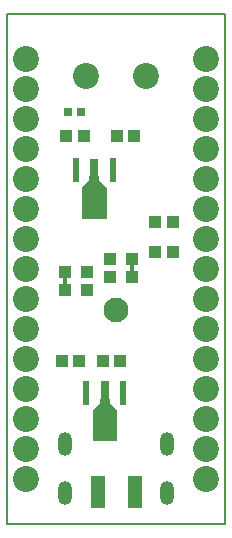
<source format=gbr>
G71*
G90*
G04 Quadcept GERBER*
%MOMM*%
%FSLAX44Y44*%
%ADD10C,0.2*%
%ADD11C,2.1*%
%ADD12C,2.2*%
%ADD13R,0.8X0.8*%
%ADD14O,1.2X2*%
%ADD15R,0.3X0.9*%
%ADD16R,0.63X2*%
%ADD17R,1X1.1*%
%ADD18R,1.1X1*%
%ADD19R,1.3X2.7*%
G75*
G36*
G01X0814Y-146021D02*
G01X-20014Y-146021D01*
G01X-20014Y-119605D01*
G01X-13664Y-113255D01*
G01X-13664Y-109699D01*
G01X-13100Y-109699D01*
G01X-13100Y-95000D01*
G01X-6100Y-95000D01*
G01X-6100Y-109699D01*
G01X-5536Y-109699D01*
G01X-5536Y-113255D01*
G01X0814Y-119605D01*
G01X0814Y-146021D01*
G37*
G36*
G01X-8186Y42379D02*
G01X-29014Y42379D01*
G01X-29014Y68795D01*
G01X-22664Y75145D01*
G01X-22664Y78701D01*
G01X-22100Y78701D01*
G01X-22100Y93400D01*
G01X-15100Y93400D01*
G01X-15100Y78701D01*
G01X-14536Y78701D01*
G01X-14536Y75145D01*
G01X-8186Y68795D01*
G01X-8186Y42379D01*
G37*
G54D10*
G01X-92710Y-215900D02*
G01X92290Y-215900D01*
G01X92290Y-215900D02*
G01X92290Y215900D01*
G01X92290Y215900D02*
G01X-92710Y215900D01*
G01X-92710Y215900D02*
G01X-92710Y-215900D01*
G54D11*
X0000Y-35000D03*
G54D12*
X-76200Y-177800D03*
X76200D03*
X-76200Y-152400D03*
X76200D03*
X-76200Y-127000D03*
X76200D03*
X-76200Y-101600D03*
X76200D03*
X-76200Y-76200D03*
X76200D03*
X-76200Y-50800D03*
X76200D03*
X-76200Y-25400D03*
X76200D03*
X-76200Y0000D03*
X76200D03*
X-76200Y25400D03*
X76200D03*
X-76200Y50800D03*
X76200D03*
X-76200Y76200D03*
X76200D03*
X-76200Y101600D03*
X76200D03*
X-76200Y127000D03*
X76200D03*
X-76200Y152400D03*
X76200D03*
X-25400Y163000D03*
X25400D03*
X-76200Y177800D03*
X76200D03*
G54D13*
X-40714Y132834D03*
X-29714D03*
G54D14*
X-43200Y-190000D03*
X43200D03*
X-43200Y-148500D03*
X43200D03*
G54D15*
X-43000Y-10000D03*
X13000Y1000D03*
G54D16*
X-25300Y-105000D03*
X6100D03*
X-34300Y83400D03*
X-2900D03*
G54D17*
X-43000Y-17500D03*
X-25000D03*
X-5000Y-6500D03*
X13000D03*
X-43000Y-2500D03*
X-25000D03*
X-5000Y8500D03*
X13000D03*
G54D18*
X-46300Y-78000D03*
X-31300D03*
X-11500D03*
X3500D03*
X33000Y14200D03*
X48000D03*
X33000Y40000D03*
X48000D03*
X-42300Y113000D03*
X-27300D03*
X0400D03*
X15400D03*
G54D19*
X-15500Y-189000D03*
X15500D03*
M02*

</source>
